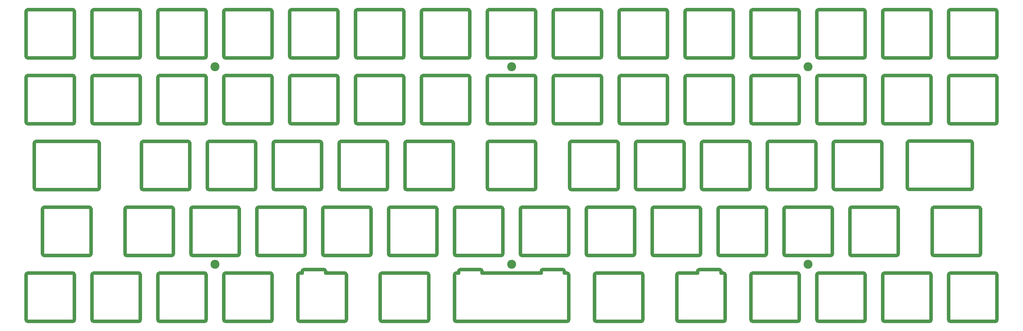
<source format=gbr>
%TF.GenerationSoftware,KiCad,Pcbnew,7.0.10*%
%TF.CreationDate,2024-03-15T21:19:50+01:00*%
%TF.ProjectId,tsuka60-pro-plate,7473756b-6136-4302-9d70-726f2d706c61,rev?*%
%TF.SameCoordinates,Original*%
%TF.FileFunction,Copper,L2,Bot*%
%TF.FilePolarity,Positive*%
%FSLAX46Y46*%
G04 Gerber Fmt 4.6, Leading zero omitted, Abs format (unit mm)*
G04 Created by KiCad (PCBNEW 7.0.10) date 2024-03-15 21:19:50*
%MOMM*%
%LPD*%
G01*
G04 APERTURE LIST*
%TA.AperFunction,EtchedComponent*%
%ADD10C,1.000000*%
%TD*%
%TA.AperFunction,ComponentPad*%
%ADD11C,2.600000*%
%TD*%
G04 APERTURE END LIST*
D10*
%TO.C,S1*%
X268143750Y-158600000D02*
X268143750Y-171600000D01*
X267643750Y-172100000D02*
X254643750Y-172100000D01*
X266900000Y-158100000D02*
X267643750Y-158100000D01*
X266900000Y-158100000D02*
X266900000Y-157599999D01*
X266400000Y-157099999D02*
X260650000Y-157099999D01*
X260150000Y-158100000D02*
X260150000Y-157599999D01*
X260150000Y-158100000D02*
X254646514Y-158101116D01*
X254143750Y-171600000D02*
X254143750Y-158600000D01*
X222900000Y-158600000D02*
X222900000Y-171600000D01*
X222400000Y-172100000D02*
X209400000Y-172100000D01*
X221656250Y-158100000D02*
X222400000Y-158100000D01*
X221656250Y-158100000D02*
X221656250Y-157599999D01*
X221156250Y-157099999D02*
X215406250Y-157099999D01*
X214906250Y-158100000D02*
X214906250Y-157599999D01*
X212875000Y-172100000D02*
X199875000Y-172100000D01*
X212875000Y-172100000D02*
X199875000Y-172100000D01*
X203350000Y-172100000D02*
X190350000Y-172100000D01*
X197843750Y-158100000D02*
X214906250Y-158100000D01*
X197843750Y-158100000D02*
X197843750Y-157599999D01*
X197343750Y-157099999D02*
X191593750Y-157099999D01*
X191093750Y-158100000D02*
X191093750Y-157599999D01*
X190350000Y-158100000D02*
X191094961Y-158100000D01*
X189850000Y-171600000D02*
X189850000Y-158600000D01*
X158606250Y-158600000D02*
X158606250Y-171600000D01*
X158106250Y-172100000D02*
X145106250Y-172100000D01*
X158106250Y-158100000D02*
X152600000Y-158100000D01*
X152600000Y-158100000D02*
X152600000Y-157599999D01*
X152100000Y-157099999D02*
X146350000Y-157099999D01*
X145850000Y-158100000D02*
X145850000Y-157599999D01*
X145106250Y-158100000D02*
X145850606Y-158100000D01*
X144606250Y-171600000D02*
X144606250Y-158600000D01*
X267643750Y-172100000D02*
G75*
G03*
X268143750Y-171600000I-1J500001D01*
G01*
X268143750Y-158600000D02*
G75*
G03*
X267643750Y-158100000I-500001J-1D01*
G01*
X266900000Y-157599999D02*
G75*
G03*
X266400000Y-157099999I-500001J-1D01*
G01*
X260650000Y-157099999D02*
G75*
G03*
X260150000Y-157599999I1J-500001D01*
G01*
X254143750Y-171600000D02*
G75*
G03*
X254643750Y-172100000I500001J1D01*
G01*
X254646514Y-158101116D02*
G75*
G03*
X254146514Y-158601116I112J-500112D01*
G01*
X222400000Y-172100000D02*
G75*
G03*
X222900000Y-171600000I-1J500001D01*
G01*
X222900000Y-158600000D02*
G75*
G03*
X222400000Y-158100000I-500001J-1D01*
G01*
X221656250Y-157599999D02*
G75*
G03*
X221156250Y-157099999I-500001J-1D01*
G01*
X215406250Y-157099999D02*
G75*
G03*
X214906250Y-157599999I1J-500001D01*
G01*
X197843801Y-157599999D02*
G75*
G03*
X197343750Y-157099999I-500101J-101D01*
G01*
X191593750Y-157100050D02*
G75*
G03*
X191093750Y-157599999I-50J-499950D01*
G01*
X189850000Y-171600000D02*
G75*
G03*
X190350000Y-172100000I500000J0D01*
G01*
X190352764Y-158101064D02*
G75*
G03*
X189852764Y-158601116I136J-500136D01*
G01*
X158106250Y-172100050D02*
G75*
G03*
X158606250Y-171600000I-50J500050D01*
G01*
X158606200Y-158600000D02*
G75*
G03*
X158106250Y-158100000I-500000J0D01*
G01*
X152600001Y-157599999D02*
G75*
G03*
X152100000Y-157099999I-500001J-1D01*
G01*
X146350000Y-157100000D02*
G75*
G03*
X145850000Y-157599999I0J-500000D01*
G01*
X144606300Y-171600000D02*
G75*
G03*
X145106250Y-172100000I500000J0D01*
G01*
X145109014Y-158101114D02*
G75*
G03*
X144609014Y-158601116I86J-500086D01*
G01*
%TO.C,MX56*%
X280050000Y-139550000D02*
X280050000Y-152550000D01*
X279550000Y-153050000D02*
X266550000Y-153050000D01*
X266550000Y-139050000D02*
X279550000Y-139050000D01*
X266050000Y-152550000D02*
X266050000Y-139550000D01*
X279547236Y-153048884D02*
G75*
G03*
X280047236Y-152548884I2J499998D01*
G01*
X280050000Y-139550000D02*
G75*
G03*
X279550000Y-139050000I-499998J2D01*
G01*
X266050000Y-152550000D02*
G75*
G03*
X266550000Y-153050000I500000J0D01*
G01*
X266550000Y-139050000D02*
G75*
G03*
X266050000Y-139550000I0J-500000D01*
G01*
%TO.C,MX73*%
X308625000Y-158600000D02*
X308625000Y-171600000D01*
X308125000Y-172100000D02*
X295125000Y-172100000D01*
X295125000Y-158100000D02*
X308125000Y-158100000D01*
X294625000Y-171600000D02*
X294625000Y-158600000D01*
X308122236Y-172098884D02*
G75*
G03*
X308622236Y-171598884I2J499998D01*
G01*
X308625000Y-158600000D02*
G75*
G03*
X308125000Y-158100000I-499998J2D01*
G01*
X294625000Y-171600000D02*
G75*
G03*
X295125000Y-172100000I500000J0D01*
G01*
X295125000Y-158100000D02*
G75*
G03*
X294625000Y-158600000I0J-500000D01*
G01*
%TO.C,MX39*%
X237187500Y-120500000D02*
X237187500Y-133500000D01*
X236687500Y-134000000D02*
X223687500Y-134000000D01*
X223687500Y-120000000D02*
X236687500Y-120000000D01*
X223187500Y-133500000D02*
X223187500Y-120500000D01*
X236684736Y-133998884D02*
G75*
G03*
X237184736Y-133498884I2J499998D01*
G01*
X237187500Y-120500000D02*
G75*
G03*
X236687500Y-120000000I-499998J2D01*
G01*
X223187500Y-133500000D02*
G75*
G03*
X223687500Y-134000000I500000J0D01*
G01*
X223687500Y-120000000D02*
G75*
G03*
X223187500Y-120500000I0J-500000D01*
G01*
%TO.C,MX19*%
X137175000Y-101450000D02*
X137175000Y-114450000D01*
X136675000Y-114950000D02*
X123675000Y-114950000D01*
X123675000Y-100950000D02*
X136675000Y-100950000D01*
X123175000Y-114450000D02*
X123175000Y-101450000D01*
X136672236Y-114948884D02*
G75*
G03*
X137172236Y-114448884I2J499998D01*
G01*
X137175000Y-101450000D02*
G75*
G03*
X136675000Y-100950000I-499998J2D01*
G01*
X123175000Y-114450000D02*
G75*
G03*
X123675000Y-114950000I500000J0D01*
G01*
X123675000Y-100950000D02*
G75*
G03*
X123175000Y-101450000I0J-500000D01*
G01*
%TO.C,MX5*%
X156225000Y-82400000D02*
X156225000Y-95400000D01*
X155725000Y-95900000D02*
X142725000Y-95900000D01*
X142725000Y-81900000D02*
X155725000Y-81900000D01*
X142225000Y-95400000D02*
X142225000Y-82400000D01*
X155722236Y-95898884D02*
G75*
G03*
X156222236Y-95398884I2J499998D01*
G01*
X156225000Y-82400000D02*
G75*
G03*
X155725000Y-81900000I-499998J2D01*
G01*
X142225000Y-95400000D02*
G75*
G03*
X142725000Y-95900000I500000J0D01*
G01*
X142725000Y-81900000D02*
G75*
G03*
X142225000Y-82400000I0J-500000D01*
G01*
%TO.C,MX16*%
X80025000Y-101450000D02*
X80025000Y-114450000D01*
X79525000Y-114950000D02*
X66525000Y-114950000D01*
X66525000Y-100950000D02*
X79525000Y-100950000D01*
X66025000Y-114450000D02*
X66025000Y-101450000D01*
X79522236Y-114948884D02*
G75*
G03*
X80022236Y-114448884I2J499998D01*
G01*
X80025000Y-101450000D02*
G75*
G03*
X79525000Y-100950000I-499998J2D01*
G01*
X66025000Y-114450000D02*
G75*
G03*
X66525000Y-114950000I500000J0D01*
G01*
X66525000Y-100950000D02*
G75*
G03*
X66025000Y-101450000I0J-500000D01*
G01*
%TO.C,MX51*%
X165750000Y-139550000D02*
X165750000Y-152550000D01*
X165250000Y-153050000D02*
X152250000Y-153050000D01*
X152250000Y-139050000D02*
X165250000Y-139050000D01*
X151750000Y-152550000D02*
X151750000Y-139550000D01*
X165247236Y-153048884D02*
G75*
G03*
X165747236Y-152548884I2J499998D01*
G01*
X165750000Y-139550000D02*
G75*
G03*
X165250000Y-139050000I-499998J2D01*
G01*
X151750000Y-152550000D02*
G75*
G03*
X152250000Y-153050000I500000J0D01*
G01*
X152250000Y-139050000D02*
G75*
G03*
X151750000Y-139550000I0J-500000D01*
G01*
%TO.C,MX40*%
X256237500Y-120500000D02*
X256237500Y-133500000D01*
X255737500Y-134000000D02*
X242737500Y-134000000D01*
X242737500Y-120000000D02*
X255737500Y-120000000D01*
X242237500Y-133500000D02*
X242237500Y-120500000D01*
X255734736Y-133998884D02*
G75*
G03*
X256234736Y-133498884I2J499998D01*
G01*
X256237500Y-120500000D02*
G75*
G03*
X255737500Y-120000000I-499998J2D01*
G01*
X242237500Y-133500000D02*
G75*
G03*
X242737500Y-134000000I500000J0D01*
G01*
X242737500Y-120000000D02*
G75*
G03*
X242237500Y-120500000I0J-500000D01*
G01*
%TO.C,MX8*%
X213375000Y-82400000D02*
X213375000Y-95400000D01*
X212875000Y-95900000D02*
X199875000Y-95900000D01*
X199875000Y-81900000D02*
X212875000Y-81900000D01*
X199375000Y-95400000D02*
X199375000Y-82400000D01*
X212872236Y-95898884D02*
G75*
G03*
X213372236Y-95398884I2J499998D01*
G01*
X213375000Y-82400000D02*
G75*
G03*
X212875000Y-81900000I-499998J2D01*
G01*
X199375000Y-95400000D02*
G75*
G03*
X199875000Y-95900000I500000J0D01*
G01*
X199875000Y-81900000D02*
G75*
G03*
X199375000Y-82400000I0J-500000D01*
G01*
%TO.C,MX7*%
X194325000Y-82400000D02*
X194325000Y-95400000D01*
X193825000Y-95900000D02*
X180825000Y-95900000D01*
X180825000Y-81900000D02*
X193825000Y-81900000D01*
X180325000Y-95400000D02*
X180325000Y-82400000D01*
X193822236Y-95898884D02*
G75*
G03*
X194322236Y-95398884I2J499998D01*
G01*
X194325000Y-82400000D02*
G75*
G03*
X193825000Y-81900000I-499998J2D01*
G01*
X180325000Y-95400000D02*
G75*
G03*
X180825000Y-95900000I500000J0D01*
G01*
X180825000Y-81900000D02*
G75*
G03*
X180325000Y-82400000I0J-500000D01*
G01*
%TO.C,MX26*%
X270525000Y-101450000D02*
X270525000Y-114450000D01*
X270025000Y-114950000D02*
X257025000Y-114950000D01*
X257025000Y-100950000D02*
X270025000Y-100950000D01*
X256525000Y-114450000D02*
X256525000Y-101450000D01*
X270022236Y-114948884D02*
G75*
G03*
X270522236Y-114448884I2J499998D01*
G01*
X270525000Y-101450000D02*
G75*
G03*
X270025000Y-100950000I-499998J2D01*
G01*
X256525000Y-114450000D02*
G75*
G03*
X257025000Y-114950000I500000J0D01*
G01*
X257025000Y-100950000D02*
G75*
G03*
X256525000Y-101450000I0J-500000D01*
G01*
%TO.C,MX68*%
X222900000Y-139550000D02*
X222900000Y-152550000D01*
X222400000Y-153050000D02*
X209400000Y-153050000D01*
X209400000Y-139050000D02*
X222400000Y-139050000D01*
X208900000Y-152550000D02*
X208900000Y-139550000D01*
X222397236Y-153048884D02*
G75*
G03*
X222897236Y-152548884I2J499998D01*
G01*
X222900000Y-139550000D02*
G75*
G03*
X222400000Y-139050000I-499998J2D01*
G01*
X208900000Y-152550000D02*
G75*
G03*
X209400000Y-153050000I500000J0D01*
G01*
X209400000Y-139050000D02*
G75*
G03*
X208900000Y-139550000I0J-500000D01*
G01*
%TO.C,MX41*%
X275287500Y-120500000D02*
X275287500Y-133500000D01*
X274787500Y-134000000D02*
X261787500Y-134000000D01*
X261787500Y-120000000D02*
X274787500Y-120000000D01*
X261287500Y-133500000D02*
X261287500Y-120500000D01*
X274784736Y-133998884D02*
G75*
G03*
X275284736Y-133498884I2J499998D01*
G01*
X275287500Y-120500000D02*
G75*
G03*
X274787500Y-120000000I-499998J2D01*
G01*
X261287500Y-133500000D02*
G75*
G03*
X261787500Y-134000000I500000J0D01*
G01*
X261787500Y-120000000D02*
G75*
G03*
X261287500Y-120500000I0J-500000D01*
G01*
%TO.C,MX48*%
X108600000Y-139550000D02*
X108600000Y-152550000D01*
X108100000Y-153050000D02*
X95100000Y-153050000D01*
X95100000Y-139050000D02*
X108100000Y-139050000D01*
X94600000Y-152550000D02*
X94600000Y-139550000D01*
X108097236Y-153048884D02*
G75*
G03*
X108597236Y-152548884I2J499998D01*
G01*
X108600000Y-139550000D02*
G75*
G03*
X108100000Y-139050000I-499998J2D01*
G01*
X94600000Y-152550000D02*
G75*
G03*
X95100000Y-153050000I500000J0D01*
G01*
X95100000Y-139050000D02*
G75*
G03*
X94600000Y-139550000I0J-500000D01*
G01*
%TO.C,MX22*%
X194325000Y-101450000D02*
X194325000Y-114450000D01*
X193825000Y-114950000D02*
X180825000Y-114950000D01*
X180825000Y-100950000D02*
X193825000Y-100950000D01*
X180325000Y-114450000D02*
X180325000Y-101450000D01*
X193822236Y-114948884D02*
G75*
G03*
X194322236Y-114448884I2J499998D01*
G01*
X194325000Y-101450000D02*
G75*
G03*
X193825000Y-100950000I-499998J2D01*
G01*
X180325000Y-114450000D02*
G75*
G03*
X180825000Y-114950000I500000J0D01*
G01*
X180825000Y-100950000D02*
G75*
G03*
X180325000Y-101450000I0J-500000D01*
G01*
%TO.C,MX35*%
X151462500Y-120500000D02*
X151462500Y-133500000D01*
X150962500Y-134000000D02*
X137962500Y-134000000D01*
X137962500Y-120000000D02*
X150962500Y-120000000D01*
X137462500Y-133500000D02*
X137462500Y-120500000D01*
X150959736Y-133998884D02*
G75*
G03*
X151459736Y-133498884I2J499998D01*
G01*
X151462500Y-120500000D02*
G75*
G03*
X150962500Y-120000000I-499998J2D01*
G01*
X137462500Y-133500000D02*
G75*
G03*
X137962500Y-134000000I500000J0D01*
G01*
X137962500Y-120000000D02*
G75*
G03*
X137462500Y-120500000I0J-500000D01*
G01*
%TO.C,MX2*%
X85075000Y-95400000D02*
X85075000Y-82400000D01*
X85575000Y-81900000D02*
X98575000Y-81900000D01*
X98575000Y-95900000D02*
X85575000Y-95900000D01*
X99075000Y-82400000D02*
X99075000Y-95400000D01*
X85577764Y-81901116D02*
G75*
G03*
X85077764Y-82401116I-2J-499998D01*
G01*
X85075000Y-95400000D02*
G75*
G03*
X85575000Y-95900000I499998J-2D01*
G01*
X99075000Y-82400000D02*
G75*
G03*
X98575000Y-81900000I-500000J0D01*
G01*
X98575000Y-95900000D02*
G75*
G03*
X99075000Y-95400000I0J500000D01*
G01*
%TO.C,MX66*%
X182418750Y-158600000D02*
X182418750Y-171600000D01*
X181918750Y-172100000D02*
X168918750Y-172100000D01*
X168918750Y-158100000D02*
X181918750Y-158100000D01*
X168418750Y-171600000D02*
X168418750Y-158600000D01*
X181915986Y-172098884D02*
G75*
G03*
X182415986Y-171598884I2J499998D01*
G01*
X182418750Y-158600000D02*
G75*
G03*
X181918750Y-158100000I-499998J2D01*
G01*
X168418750Y-171600000D02*
G75*
G03*
X168918750Y-172100000I500000J0D01*
G01*
X168918750Y-158100000D02*
G75*
G03*
X168418750Y-158600000I0J-500000D01*
G01*
%TO.C,MX14*%
X327675000Y-82400000D02*
X327675000Y-95400000D01*
X327175000Y-95900000D02*
X314175000Y-95900000D01*
X314175000Y-81900000D02*
X327175000Y-81900000D01*
X313675000Y-95400000D02*
X313675000Y-82400000D01*
X327172236Y-95898884D02*
G75*
G03*
X327672236Y-95398884I2J499998D01*
G01*
X327675000Y-82400000D02*
G75*
G03*
X327175000Y-81900000I-499998J2D01*
G01*
X313675000Y-95400000D02*
G75*
G03*
X314175000Y-95900000I500000J0D01*
G01*
X314175000Y-81900000D02*
G75*
G03*
X313675000Y-82400000I0J-500000D01*
G01*
%TO.C,MX54*%
X241950000Y-139550000D02*
X241950000Y-152550000D01*
X241450000Y-153050000D02*
X228450000Y-153050000D01*
X228450000Y-139050000D02*
X241450000Y-139050000D01*
X227950000Y-152550000D02*
X227950000Y-139550000D01*
X241447236Y-153048884D02*
G75*
G03*
X241947236Y-152548884I2J499998D01*
G01*
X241950000Y-139550000D02*
G75*
G03*
X241450000Y-139050000I-499998J2D01*
G01*
X227950000Y-152550000D02*
G75*
G03*
X228450000Y-153050000I500000J0D01*
G01*
X228450000Y-139050000D02*
G75*
G03*
X227950000Y-139550000I0J-500000D01*
G01*
%TO.C,MX10*%
X251475000Y-82400000D02*
X251475000Y-95400000D01*
X250975000Y-95900000D02*
X237975000Y-95900000D01*
X237975000Y-81900000D02*
X250975000Y-81900000D01*
X237475000Y-95400000D02*
X237475000Y-82400000D01*
X250972236Y-95898884D02*
G75*
G03*
X251472236Y-95398884I2J499998D01*
G01*
X251475000Y-82400000D02*
G75*
G03*
X250975000Y-81900000I-499998J2D01*
G01*
X237475000Y-95400000D02*
G75*
G03*
X237975000Y-95900000I500000J0D01*
G01*
X237975000Y-81900000D02*
G75*
G03*
X237475000Y-82400000I0J-500000D01*
G01*
%TO.C,MX20*%
X156225000Y-101450000D02*
X156225000Y-114450000D01*
X155725000Y-114950000D02*
X142725000Y-114950000D01*
X142725000Y-100950000D02*
X155725000Y-100950000D01*
X142225000Y-114450000D02*
X142225000Y-101450000D01*
X155722236Y-114948884D02*
G75*
G03*
X156222236Y-114448884I2J499998D01*
G01*
X156225000Y-101450000D02*
G75*
G03*
X155725000Y-100950000I-499998J2D01*
G01*
X142225000Y-114450000D02*
G75*
G03*
X142725000Y-114950000I500000J0D01*
G01*
X142725000Y-100950000D02*
G75*
G03*
X142225000Y-101450000I0J-500000D01*
G01*
%TO.C,MX32_2*%
X68406250Y-133500000D02*
X68406250Y-120500000D01*
X68909014Y-120001116D02*
X86668750Y-120000000D01*
X86668750Y-134000000D02*
X68906250Y-134000000D01*
X87168750Y-120500000D02*
X87168750Y-133500000D01*
X68909014Y-120001116D02*
G75*
G03*
X68409014Y-120501116I1J-500001D01*
G01*
X68406250Y-133500000D02*
G75*
G03*
X68906250Y-134000000I500001J1D01*
G01*
X87168750Y-120500000D02*
G75*
G03*
X86668750Y-120000000I-500000J0D01*
G01*
X86668750Y-134000000D02*
G75*
G03*
X87168750Y-133500000I-100J500100D01*
G01*
%TO.C,MX42*%
X294337500Y-120500000D02*
X294337500Y-133500000D01*
X293837500Y-134000000D02*
X280837500Y-134000000D01*
X280837500Y-120000000D02*
X293837500Y-120000000D01*
X280337500Y-133500000D02*
X280337500Y-120500000D01*
X293834736Y-133998884D02*
G75*
G03*
X294334736Y-133498884I2J499998D01*
G01*
X294337500Y-120500000D02*
G75*
G03*
X293837500Y-120000000I-499998J2D01*
G01*
X280337500Y-133500000D02*
G75*
G03*
X280837500Y-134000000I500000J0D01*
G01*
X280837500Y-120000000D02*
G75*
G03*
X280337500Y-120500000I0J-500000D01*
G01*
%TO.C,MX24*%
X232425000Y-101450000D02*
X232425000Y-114450000D01*
X231925000Y-114950000D02*
X218925000Y-114950000D01*
X218925000Y-100950000D02*
X231925000Y-100950000D01*
X218425000Y-114450000D02*
X218425000Y-101450000D01*
X231922236Y-114948884D02*
G75*
G03*
X232422236Y-114448884I2J499998D01*
G01*
X232425000Y-101450000D02*
G75*
G03*
X231925000Y-100950000I-499998J2D01*
G01*
X218425000Y-114450000D02*
G75*
G03*
X218925000Y-114950000I500000J0D01*
G01*
X218925000Y-100950000D02*
G75*
G03*
X218425000Y-101450000I0J-500000D01*
G01*
%TO.C,MX12*%
X289575000Y-82400000D02*
X289575000Y-95400000D01*
X289075000Y-95900000D02*
X276075000Y-95900000D01*
X276075000Y-81900000D02*
X289075000Y-81900000D01*
X275575000Y-95400000D02*
X275575000Y-82400000D01*
X289072236Y-95898884D02*
G75*
G03*
X289572236Y-95398884I2J499998D01*
G01*
X289575000Y-82400000D02*
G75*
G03*
X289075000Y-81900000I-499998J2D01*
G01*
X275575000Y-95400000D02*
G75*
G03*
X276075000Y-95900000I500000J0D01*
G01*
X276075000Y-81900000D02*
G75*
G03*
X275575000Y-82400000I0J-500000D01*
G01*
%TO.C,MX15*%
X346725000Y-82400000D02*
X346725000Y-95400000D01*
X346225000Y-95900000D02*
X333225000Y-95900000D01*
X333225000Y-81900000D02*
X346225000Y-81900000D01*
X332725000Y-95400000D02*
X332725000Y-82400000D01*
X346222236Y-95898884D02*
G75*
G03*
X346722236Y-95398884I2J499998D01*
G01*
X346725000Y-82400000D02*
G75*
G03*
X346225000Y-81900000I-499998J2D01*
G01*
X332725000Y-95400000D02*
G75*
G03*
X333225000Y-95900000I500000J0D01*
G01*
X333225000Y-81900000D02*
G75*
G03*
X332725000Y-82400000I0J-500000D01*
G01*
%TO.C,MX50*%
X146700000Y-139550000D02*
X146700000Y-152550000D01*
X146200000Y-153050000D02*
X133200000Y-153050000D01*
X133200000Y-139050000D02*
X146200000Y-139050000D01*
X132700000Y-152550000D02*
X132700000Y-139550000D01*
X146197236Y-153048884D02*
G75*
G03*
X146697236Y-152548884I2J499998D01*
G01*
X146700000Y-139550000D02*
G75*
G03*
X146200000Y-139050000I-499998J2D01*
G01*
X132700000Y-152550000D02*
G75*
G03*
X133200000Y-153050000I500000J0D01*
G01*
X133200000Y-139050000D02*
G75*
G03*
X132700000Y-139550000I0J-500000D01*
G01*
%TO.C,MX1*%
X66025000Y-95400000D02*
X66025000Y-82400000D01*
X66525000Y-81900000D02*
X79525000Y-81900000D01*
X79525000Y-95900000D02*
X66525000Y-95900000D01*
X80025000Y-82400000D02*
X80025000Y-95400000D01*
X66527764Y-81901116D02*
G75*
G03*
X66027764Y-82401116I-2J-499998D01*
G01*
X66025000Y-95400000D02*
G75*
G03*
X66525000Y-95900000I499998J-2D01*
G01*
X80025000Y-82400000D02*
G75*
G03*
X79525000Y-81900000I-500000J0D01*
G01*
X79525000Y-95900000D02*
G75*
G03*
X80025000Y-95400000I0J500000D01*
G01*
%TO.C,MX29*%
X327675000Y-101450000D02*
X327675000Y-114450000D01*
X327175000Y-114950000D02*
X314175000Y-114950000D01*
X314175000Y-100950000D02*
X327175000Y-100950000D01*
X313675000Y-114450000D02*
X313675000Y-101450000D01*
X327172236Y-114948884D02*
G75*
G03*
X327672236Y-114448884I2J499998D01*
G01*
X327675000Y-101450000D02*
G75*
G03*
X327175000Y-100950000I-499998J2D01*
G01*
X313675000Y-114450000D02*
G75*
G03*
X314175000Y-114950000I500000J0D01*
G01*
X314175000Y-100950000D02*
G75*
G03*
X313675000Y-101450000I0J-500000D01*
G01*
%TO.C,MX57*%
X299100000Y-139550000D02*
X299100000Y-152550000D01*
X298600000Y-153050000D02*
X285600000Y-153050000D01*
X285600000Y-139050000D02*
X298600000Y-139050000D01*
X285100000Y-152550000D02*
X285100000Y-139550000D01*
X298597236Y-153048884D02*
G75*
G03*
X299097236Y-152548884I2J499998D01*
G01*
X299100000Y-139550000D02*
G75*
G03*
X298600000Y-139050000I-499998J2D01*
G01*
X285100000Y-152550000D02*
G75*
G03*
X285600000Y-153050000I500000J0D01*
G01*
X285600000Y-139050000D02*
G75*
G03*
X285100000Y-139550000I0J-500000D01*
G01*
%TO.C,MX18*%
X118125000Y-101450000D02*
X118125000Y-114450000D01*
X117625000Y-114950000D02*
X104625000Y-114950000D01*
X104625000Y-100950000D02*
X117625000Y-100950000D01*
X104125000Y-114450000D02*
X104125000Y-101450000D01*
X117622236Y-114948884D02*
G75*
G03*
X118122236Y-114448884I2J499998D01*
G01*
X118125000Y-101450000D02*
G75*
G03*
X117625000Y-100950000I-499998J2D01*
G01*
X104125000Y-114450000D02*
G75*
G03*
X104625000Y-114950000I500000J0D01*
G01*
X104625000Y-100950000D02*
G75*
G03*
X104125000Y-101450000I0J-500000D01*
G01*
%TO.C,MX21*%
X175275000Y-101450000D02*
X175275000Y-114450000D01*
X174775000Y-114950000D02*
X161775000Y-114950000D01*
X161775000Y-100950000D02*
X174775000Y-100950000D01*
X161275000Y-114450000D02*
X161275000Y-101450000D01*
X174772236Y-114948884D02*
G75*
G03*
X175272236Y-114448884I2J499998D01*
G01*
X175275000Y-101450000D02*
G75*
G03*
X174775000Y-100950000I-499998J2D01*
G01*
X161275000Y-114450000D02*
G75*
G03*
X161775000Y-114950000I500000J0D01*
G01*
X161775000Y-100950000D02*
G75*
G03*
X161275000Y-101450000I0J-500000D01*
G01*
%TO.C,MX59*%
X341962500Y-139550000D02*
X341962500Y-152550000D01*
X341462500Y-153050000D02*
X328462500Y-153050000D01*
X328462500Y-139050000D02*
X341462500Y-139050000D01*
X327962500Y-152550000D02*
X327962500Y-139550000D01*
X341459736Y-153048884D02*
G75*
G03*
X341959736Y-152548884I2J499998D01*
G01*
X341962500Y-139550000D02*
G75*
G03*
X341462500Y-139050000I-499998J2D01*
G01*
X327962500Y-152550000D02*
G75*
G03*
X328462500Y-153050000I500000J0D01*
G01*
X328462500Y-139050000D02*
G75*
G03*
X327962500Y-139550000I0J-500000D01*
G01*
%TO.C,MX43*%
X313387500Y-120500000D02*
X313387500Y-133500000D01*
X312887500Y-134000000D02*
X299887500Y-134000000D01*
X299887500Y-120000000D02*
X312887500Y-120000000D01*
X299387500Y-133500000D02*
X299387500Y-120500000D01*
X312884736Y-133998884D02*
G75*
G03*
X313384736Y-133498884I2J499998D01*
G01*
X313387500Y-120500000D02*
G75*
G03*
X312887500Y-120000000I-499998J2D01*
G01*
X299387500Y-133500000D02*
G75*
G03*
X299887500Y-134000000I500000J0D01*
G01*
X299887500Y-120000000D02*
G75*
G03*
X299387500Y-120500000I0J-500000D01*
G01*
%TO.C,MX75*%
X346725000Y-158600000D02*
X346725000Y-171600000D01*
X346225000Y-172100000D02*
X333225000Y-172100000D01*
X333225000Y-158100000D02*
X346225000Y-158100000D01*
X332725000Y-171600000D02*
X332725000Y-158600000D01*
X346222236Y-172098884D02*
G75*
G03*
X346722236Y-171598884I2J499998D01*
G01*
X346725000Y-158600000D02*
G75*
G03*
X346225000Y-158100000I-499998J2D01*
G01*
X332725000Y-171600000D02*
G75*
G03*
X333225000Y-172100000I500000J0D01*
G01*
X333225000Y-158100000D02*
G75*
G03*
X332725000Y-158600000I0J-500000D01*
G01*
%TO.C,MX38*%
X213375000Y-120500000D02*
X213375000Y-133500000D01*
X212875000Y-134000000D02*
X199875000Y-134000000D01*
X199875000Y-120000000D02*
X212875000Y-120000000D01*
X199375000Y-133500000D02*
X199375000Y-120500000D01*
X212872236Y-133998884D02*
G75*
G03*
X213372236Y-133498884I2J499998D01*
G01*
X213375000Y-120500000D02*
G75*
G03*
X212875000Y-120000000I-499998J2D01*
G01*
X199375000Y-133500000D02*
G75*
G03*
X199875000Y-134000000I500000J0D01*
G01*
X199875000Y-120000000D02*
G75*
G03*
X199375000Y-120500000I0J-500000D01*
G01*
%TO.C,MX36*%
X170512500Y-120500000D02*
X170512500Y-133500000D01*
X170012500Y-134000000D02*
X157012500Y-134000000D01*
X157012500Y-120000000D02*
X170012500Y-120000000D01*
X156512500Y-133500000D02*
X156512500Y-120500000D01*
X170009736Y-133998884D02*
G75*
G03*
X170509736Y-133498884I2J499998D01*
G01*
X170512500Y-120500000D02*
G75*
G03*
X170012500Y-120000000I-499998J2D01*
G01*
X156512500Y-133500000D02*
G75*
G03*
X157012500Y-134000000I500000J0D01*
G01*
X157012500Y-120000000D02*
G75*
G03*
X156512500Y-120500000I0J-500000D01*
G01*
%TO.C,MX11*%
X270525000Y-82400000D02*
X270525000Y-95400000D01*
X270025000Y-95900000D02*
X257025000Y-95900000D01*
X257025000Y-81900000D02*
X270025000Y-81900000D01*
X256525000Y-95400000D02*
X256525000Y-82400000D01*
X270022236Y-95898884D02*
G75*
G03*
X270522236Y-95398884I2J499998D01*
G01*
X270525000Y-82400000D02*
G75*
G03*
X270025000Y-81900000I-499998J2D01*
G01*
X256525000Y-95400000D02*
G75*
G03*
X257025000Y-95900000I500000J0D01*
G01*
X257025000Y-81900000D02*
G75*
G03*
X256525000Y-82400000I0J-500000D01*
G01*
%TO.C,MX61*%
X80025000Y-158600000D02*
X80025000Y-171600000D01*
X79525000Y-172100000D02*
X66525000Y-172100000D01*
X66525000Y-158100000D02*
X79525000Y-158100000D01*
X66025000Y-171600000D02*
X66025000Y-158600000D01*
X79522236Y-172098884D02*
G75*
G03*
X80022236Y-171598884I2J499998D01*
G01*
X80025000Y-158600000D02*
G75*
G03*
X79525000Y-158100000I-499998J2D01*
G01*
X66025000Y-171600000D02*
G75*
G03*
X66525000Y-172100000I500000J0D01*
G01*
X66525000Y-158100000D02*
G75*
G03*
X66025000Y-158600000I0J-500000D01*
G01*
%TO.C,MX27*%
X289575000Y-101450000D02*
X289575000Y-114450000D01*
X289075000Y-114950000D02*
X276075000Y-114950000D01*
X276075000Y-100950000D02*
X289075000Y-100950000D01*
X275575000Y-114450000D02*
X275575000Y-101450000D01*
X289072236Y-114948884D02*
G75*
G03*
X289572236Y-114448884I2J499998D01*
G01*
X289575000Y-101450000D02*
G75*
G03*
X289075000Y-100950000I-499998J2D01*
G01*
X275575000Y-114450000D02*
G75*
G03*
X276075000Y-114950000I500000J0D01*
G01*
X276075000Y-100950000D02*
G75*
G03*
X275575000Y-101450000I0J-500000D01*
G01*
%TO.C,MX47*%
X84787500Y-139550000D02*
X84787500Y-152550000D01*
X84287500Y-153050000D02*
X71287500Y-153050000D01*
X71287500Y-139050000D02*
X84287500Y-139050000D01*
X70787500Y-152550000D02*
X70787500Y-139550000D01*
X84284736Y-153048884D02*
G75*
G03*
X84784736Y-152548884I2J499998D01*
G01*
X84787500Y-139550000D02*
G75*
G03*
X84287500Y-139050000I-499998J2D01*
G01*
X70787500Y-152550000D02*
G75*
G03*
X71287500Y-153050000I500000J0D01*
G01*
X71287500Y-139050000D02*
G75*
G03*
X70787500Y-139550000I0J-500000D01*
G01*
%TO.C,MX3*%
X118125000Y-82400000D02*
X118125000Y-95400000D01*
X117625000Y-95900000D02*
X104625000Y-95900000D01*
X104625000Y-81900000D02*
X117625000Y-81900000D01*
X104125000Y-95400000D02*
X104125000Y-82400000D01*
X117622236Y-95898884D02*
G75*
G03*
X118122236Y-95398884I2J499998D01*
G01*
X118125000Y-82400000D02*
G75*
G03*
X117625000Y-81900000I-499998J2D01*
G01*
X104125000Y-95400000D02*
G75*
G03*
X104625000Y-95900000I500000J0D01*
G01*
X104625000Y-81900000D02*
G75*
G03*
X104125000Y-82400000I0J-500000D01*
G01*
%TO.C,MX33*%
X113362500Y-120500000D02*
X113362500Y-133500000D01*
X112862500Y-134000000D02*
X99862500Y-134000000D01*
X99862500Y-120000000D02*
X112862500Y-120000000D01*
X99362500Y-133500000D02*
X99362500Y-120500000D01*
X112859736Y-133998884D02*
G75*
G03*
X113359736Y-133498884I2J499998D01*
G01*
X113362500Y-120500000D02*
G75*
G03*
X112862500Y-120000000I-499998J2D01*
G01*
X99362500Y-133500000D02*
G75*
G03*
X99862500Y-134000000I500000J0D01*
G01*
X99862500Y-120000000D02*
G75*
G03*
X99362500Y-120500000I0J-500000D01*
G01*
%TO.C,MX49*%
X127650000Y-139550000D02*
X127650000Y-152550000D01*
X127150000Y-153050000D02*
X114150000Y-153050000D01*
X114150000Y-139050000D02*
X127150000Y-139050000D01*
X113650000Y-152550000D02*
X113650000Y-139550000D01*
X127147236Y-153048884D02*
G75*
G03*
X127647236Y-152548884I2J499998D01*
G01*
X127650000Y-139550000D02*
G75*
G03*
X127150000Y-139050000I-499998J2D01*
G01*
X113650000Y-152550000D02*
G75*
G03*
X114150000Y-153050000I500000J0D01*
G01*
X114150000Y-139050000D02*
G75*
G03*
X113650000Y-139550000I0J-500000D01*
G01*
%TO.C,MX64*%
X137175000Y-158600000D02*
X137175000Y-171600000D01*
X136675000Y-172100000D02*
X123675000Y-172100000D01*
X123675000Y-158100000D02*
X136675000Y-158100000D01*
X123175000Y-171600000D02*
X123175000Y-158600000D01*
X136672236Y-172098884D02*
G75*
G03*
X137172236Y-171598884I2J499998D01*
G01*
X137175000Y-158600000D02*
G75*
G03*
X136675000Y-158100000I-499998J2D01*
G01*
X123175000Y-171600000D02*
G75*
G03*
X123675000Y-172100000I500000J0D01*
G01*
X123675000Y-158100000D02*
G75*
G03*
X123175000Y-158600000I0J-500000D01*
G01*
%TO.C,MX23*%
X213375000Y-101450000D02*
X213375000Y-114450000D01*
X212875000Y-114950000D02*
X199875000Y-114950000D01*
X199875000Y-100950000D02*
X212875000Y-100950000D01*
X199375000Y-114450000D02*
X199375000Y-101450000D01*
X212872236Y-114948884D02*
G75*
G03*
X213372236Y-114448884I2J499998D01*
G01*
X213375000Y-101450000D02*
G75*
G03*
X212875000Y-100950000I-499998J2D01*
G01*
X199375000Y-114450000D02*
G75*
G03*
X199875000Y-114950000I500000J0D01*
G01*
X199875000Y-100950000D02*
G75*
G03*
X199375000Y-101450000I0J-500000D01*
G01*
%TO.C,MX13*%
X308625000Y-82400000D02*
X308625000Y-95400000D01*
X308125000Y-95900000D02*
X295125000Y-95900000D01*
X295125000Y-81900000D02*
X308125000Y-81900000D01*
X294625000Y-95400000D02*
X294625000Y-82400000D01*
X308122236Y-95898884D02*
G75*
G03*
X308622236Y-95398884I2J499998D01*
G01*
X308625000Y-82400000D02*
G75*
G03*
X308125000Y-81900000I-499998J2D01*
G01*
X294625000Y-95400000D02*
G75*
G03*
X295125000Y-95900000I500000J0D01*
G01*
X295125000Y-81900000D02*
G75*
G03*
X294625000Y-82400000I0J-500000D01*
G01*
%TO.C,MX9*%
X232425000Y-82400000D02*
X232425000Y-95400000D01*
X231925000Y-95900000D02*
X218925000Y-95900000D01*
X218925000Y-81900000D02*
X231925000Y-81900000D01*
X218425000Y-95400000D02*
X218425000Y-82400000D01*
X231922236Y-95898884D02*
G75*
G03*
X232422236Y-95398884I2J499998D01*
G01*
X232425000Y-82400000D02*
G75*
G03*
X231925000Y-81900000I-499998J2D01*
G01*
X218425000Y-95400000D02*
G75*
G03*
X218925000Y-95900000I500000J0D01*
G01*
X218925000Y-81900000D02*
G75*
G03*
X218425000Y-82400000I0J-500000D01*
G01*
%TO.C,MX34*%
X132412500Y-120500000D02*
X132412500Y-133500000D01*
X131912500Y-134000000D02*
X118912500Y-134000000D01*
X118912500Y-120000000D02*
X131912500Y-120000000D01*
X118412500Y-133500000D02*
X118412500Y-120500000D01*
X131909736Y-133998884D02*
G75*
G03*
X132409736Y-133498884I2J499998D01*
G01*
X132412500Y-120500000D02*
G75*
G03*
X131912500Y-120000000I-499998J2D01*
G01*
X118412500Y-133500000D02*
G75*
G03*
X118912500Y-134000000I500000J0D01*
G01*
X118912500Y-120000000D02*
G75*
G03*
X118412500Y-120500000I0J-500000D01*
G01*
%TO.C,MX63*%
X118125000Y-158600000D02*
X118125000Y-171600000D01*
X117625000Y-172100000D02*
X104625000Y-172100000D01*
X104625000Y-158100000D02*
X117625000Y-158100000D01*
X104125000Y-171600000D02*
X104125000Y-158600000D01*
X117622236Y-172098884D02*
G75*
G03*
X118122236Y-171598884I2J499998D01*
G01*
X118125000Y-158600000D02*
G75*
G03*
X117625000Y-158100000I-499998J2D01*
G01*
X104125000Y-171600000D02*
G75*
G03*
X104625000Y-172100000I500000J0D01*
G01*
X104625000Y-158100000D02*
G75*
G03*
X104125000Y-158600000I0J-500000D01*
G01*
%TO.C,MX53*%
X203850000Y-139550000D02*
X203850000Y-152550000D01*
X203350000Y-153050000D02*
X190350000Y-153050000D01*
X190350000Y-139050000D02*
X203350000Y-139050000D01*
X189850000Y-152550000D02*
X189850000Y-139550000D01*
X203347236Y-153048884D02*
G75*
G03*
X203847236Y-152548884I2J499998D01*
G01*
X203850000Y-139550000D02*
G75*
G03*
X203350000Y-139050000I-499998J2D01*
G01*
X189850000Y-152550000D02*
G75*
G03*
X190350000Y-153050000I500000J0D01*
G01*
X190350000Y-139050000D02*
G75*
G03*
X189850000Y-139550000I0J-500000D01*
G01*
%TO.C,MX74*%
X327675000Y-158600000D02*
X327675000Y-171600000D01*
X327175000Y-172100000D02*
X314175000Y-172100000D01*
X314175000Y-158100000D02*
X327175000Y-158100000D01*
X313675000Y-171600000D02*
X313675000Y-158600000D01*
X327172236Y-172098884D02*
G75*
G03*
X327672236Y-171598884I2J499998D01*
G01*
X327675000Y-158600000D02*
G75*
G03*
X327175000Y-158100000I-499998J2D01*
G01*
X313675000Y-171600000D02*
G75*
G03*
X314175000Y-172100000I500000J0D01*
G01*
X314175000Y-158100000D02*
G75*
G03*
X313675000Y-158600000I0J-500000D01*
G01*
%TO.C,MX4*%
X137175000Y-82400000D02*
X137175000Y-95400000D01*
X136675000Y-95900000D02*
X123675000Y-95900000D01*
X123675000Y-81900000D02*
X136675000Y-81900000D01*
X123175000Y-95400000D02*
X123175000Y-82400000D01*
X136672236Y-95898884D02*
G75*
G03*
X137172236Y-95398884I2J499998D01*
G01*
X137175000Y-82400000D02*
G75*
G03*
X136675000Y-81900000I-499998J2D01*
G01*
X123175000Y-95400000D02*
G75*
G03*
X123675000Y-95900000I500000J0D01*
G01*
X123675000Y-81900000D02*
G75*
G03*
X123175000Y-82400000I0J-500000D01*
G01*
%TO.C,MX52*%
X184800000Y-139550000D02*
X184800000Y-152550000D01*
X184300000Y-153050000D02*
X171300000Y-153050000D01*
X171300000Y-139050000D02*
X184300000Y-139050000D01*
X170800000Y-152550000D02*
X170800000Y-139550000D01*
X184297236Y-153048884D02*
G75*
G03*
X184797236Y-152548884I2J499998D01*
G01*
X184800000Y-139550000D02*
G75*
G03*
X184300000Y-139050000I-499998J2D01*
G01*
X170800000Y-152550000D02*
G75*
G03*
X171300000Y-153050000I500000J0D01*
G01*
X171300000Y-139050000D02*
G75*
G03*
X170800000Y-139550000I0J-500000D01*
G01*
%TO.C,MX55*%
X261000000Y-139550000D02*
X261000000Y-152550000D01*
X260500000Y-153050000D02*
X247500000Y-153050000D01*
X247500000Y-139050000D02*
X260500000Y-139050000D01*
X247000000Y-152550000D02*
X247000000Y-139550000D01*
X260497236Y-153048884D02*
G75*
G03*
X260997236Y-152548884I2J499998D01*
G01*
X261000000Y-139550000D02*
G75*
G03*
X260500000Y-139050000I-499998J2D01*
G01*
X247000000Y-152550000D02*
G75*
G03*
X247500000Y-153050000I500000J0D01*
G01*
X247500000Y-139050000D02*
G75*
G03*
X247000000Y-139550000I0J-500000D01*
G01*
%TO.C,MX25*%
X251475000Y-101450000D02*
X251475000Y-114450000D01*
X250975000Y-114950000D02*
X237975000Y-114950000D01*
X237975000Y-100950000D02*
X250975000Y-100950000D01*
X237475000Y-114450000D02*
X237475000Y-101450000D01*
X250972236Y-114948884D02*
G75*
G03*
X251472236Y-114448884I2J499998D01*
G01*
X251475000Y-101450000D02*
G75*
G03*
X250975000Y-100950000I-499998J2D01*
G01*
X237475000Y-114450000D02*
G75*
G03*
X237975000Y-114950000I500000J0D01*
G01*
X237975000Y-100950000D02*
G75*
G03*
X237475000Y-101450000I0J-500000D01*
G01*
%TO.C,MX72*%
X289575000Y-158600000D02*
X289575000Y-171600000D01*
X289075000Y-172100000D02*
X276075000Y-172100000D01*
X276075000Y-158100000D02*
X289075000Y-158100000D01*
X275575000Y-171600000D02*
X275575000Y-158600000D01*
X289072236Y-172098884D02*
G75*
G03*
X289572236Y-171598884I2J499998D01*
G01*
X289575000Y-158600000D02*
G75*
G03*
X289075000Y-158100000I-499998J2D01*
G01*
X275575000Y-171600000D02*
G75*
G03*
X276075000Y-172100000I500000J0D01*
G01*
X276075000Y-158100000D02*
G75*
G03*
X275575000Y-158600000I0J-500000D01*
G01*
%TO.C,MX30*%
X346725000Y-101450000D02*
X346725000Y-114450000D01*
X346225000Y-114950000D02*
X333225000Y-114950000D01*
X333225000Y-100950000D02*
X346225000Y-100950000D01*
X332725000Y-114450000D02*
X332725000Y-101450000D01*
X346222236Y-114948884D02*
G75*
G03*
X346722236Y-114448884I2J499998D01*
G01*
X346725000Y-101450000D02*
G75*
G03*
X346225000Y-100950000I-499998J2D01*
G01*
X332725000Y-114450000D02*
G75*
G03*
X333225000Y-114950000I500000J0D01*
G01*
X333225000Y-100950000D02*
G75*
G03*
X332725000Y-101450000I0J-500000D01*
G01*
%TO.C,MX58*%
X318150000Y-139550000D02*
X318150000Y-152550000D01*
X317650000Y-153050000D02*
X304650000Y-153050000D01*
X304650000Y-139050000D02*
X317650000Y-139050000D01*
X304150000Y-152550000D02*
X304150000Y-139550000D01*
X317647236Y-153048884D02*
G75*
G03*
X318147236Y-152548884I2J499998D01*
G01*
X318150000Y-139550000D02*
G75*
G03*
X317650000Y-139050000I-499998J2D01*
G01*
X304150000Y-152550000D02*
G75*
G03*
X304650000Y-153050000I500000J0D01*
G01*
X304650000Y-139050000D02*
G75*
G03*
X304150000Y-139550000I0J-500000D01*
G01*
%TO.C,MX17*%
X99075000Y-101450000D02*
X99075000Y-114450000D01*
X98575000Y-114950000D02*
X85575000Y-114950000D01*
X85575000Y-100950000D02*
X98575000Y-100950000D01*
X85075000Y-114450000D02*
X85075000Y-101450000D01*
X98572236Y-114948884D02*
G75*
G03*
X99072236Y-114448884I2J499998D01*
G01*
X99075000Y-101450000D02*
G75*
G03*
X98575000Y-100950000I-499998J2D01*
G01*
X85075000Y-114450000D02*
G75*
G03*
X85575000Y-114950000I500000J0D01*
G01*
X85575000Y-100950000D02*
G75*
G03*
X85075000Y-101450000I0J-500000D01*
G01*
%TO.C,MX70*%
X244331250Y-158600000D02*
X244331250Y-171600000D01*
X243831250Y-172100000D02*
X230831250Y-172100000D01*
X230831250Y-158100000D02*
X243831250Y-158100000D01*
X230331250Y-171600000D02*
X230331250Y-158600000D01*
X243828486Y-172098884D02*
G75*
G03*
X244328486Y-171598884I2J499998D01*
G01*
X244331250Y-158600000D02*
G75*
G03*
X243831250Y-158100000I-499998J2D01*
G01*
X230331250Y-171600000D02*
G75*
G03*
X230831250Y-172100000I500000J0D01*
G01*
X230831250Y-158100000D02*
G75*
G03*
X230331250Y-158600000I0J-500000D01*
G01*
%TO.C,MX28*%
X308625000Y-101450000D02*
X308625000Y-114450000D01*
X308125000Y-114950000D02*
X295125000Y-114950000D01*
X295125000Y-100950000D02*
X308125000Y-100950000D01*
X294625000Y-114450000D02*
X294625000Y-101450000D01*
X308122236Y-114948884D02*
G75*
G03*
X308622236Y-114448884I2J499998D01*
G01*
X308625000Y-101450000D02*
G75*
G03*
X308125000Y-100950000I-499998J2D01*
G01*
X294625000Y-114450000D02*
G75*
G03*
X295125000Y-114950000I500000J0D01*
G01*
X295125000Y-100950000D02*
G75*
G03*
X294625000Y-101450000I0J-500000D01*
G01*
%TO.C,MX37*%
X189562500Y-120500000D02*
X189562500Y-133500000D01*
X189062500Y-134000000D02*
X176062500Y-134000000D01*
X176062500Y-120000000D02*
X189062500Y-120000000D01*
X175562500Y-133500000D02*
X175562500Y-120500000D01*
X189059736Y-133998884D02*
G75*
G03*
X189559736Y-133498884I2J499998D01*
G01*
X189562500Y-120500000D02*
G75*
G03*
X189062500Y-120000000I-499998J2D01*
G01*
X175562500Y-133500000D02*
G75*
G03*
X176062500Y-134000000I500000J0D01*
G01*
X176062500Y-120000000D02*
G75*
G03*
X175562500Y-120500000I0J-500000D01*
G01*
%TO.C,MX44_2*%
X320818750Y-133437500D02*
X320818750Y-120437500D01*
X321321514Y-119938616D02*
X339081250Y-119937500D01*
X339081250Y-133937500D02*
X321318750Y-133937500D01*
X339581250Y-120437500D02*
X339581250Y-133437500D01*
X321321514Y-119938616D02*
G75*
G03*
X320821514Y-120438616I1J-500001D01*
G01*
X320818750Y-133437500D02*
G75*
G03*
X321318750Y-133937500I500001J1D01*
G01*
X339581250Y-120437500D02*
G75*
G03*
X339081250Y-119937500I-500000J0D01*
G01*
X339081250Y-133937500D02*
G75*
G03*
X339581250Y-133437500I-100J500100D01*
G01*
%TO.C,MX62*%
X99075000Y-158600000D02*
X99075000Y-171600000D01*
X98575000Y-172100000D02*
X85575000Y-172100000D01*
X85575000Y-158100000D02*
X98575000Y-158100000D01*
X85075000Y-171600000D02*
X85075000Y-158600000D01*
X98572236Y-172098884D02*
G75*
G03*
X99072236Y-171598884I2J499998D01*
G01*
X99075000Y-158600000D02*
G75*
G03*
X98575000Y-158100000I-499998J2D01*
G01*
X85075000Y-171600000D02*
G75*
G03*
X85575000Y-172100000I500000J0D01*
G01*
X85575000Y-158100000D02*
G75*
G03*
X85075000Y-158600000I0J-500000D01*
G01*
%TO.C,MX6*%
X175275000Y-82400000D02*
X175275000Y-95400000D01*
X174775000Y-95900000D02*
X161775000Y-95900000D01*
X161775000Y-81900000D02*
X174775000Y-81900000D01*
X161275000Y-95400000D02*
X161275000Y-82400000D01*
X174772236Y-95898884D02*
G75*
G03*
X175272236Y-95398884I2J499998D01*
G01*
X175275000Y-82400000D02*
G75*
G03*
X174775000Y-81900000I-499998J2D01*
G01*
X161275000Y-95400000D02*
G75*
G03*
X161775000Y-95900000I500000J0D01*
G01*
X161775000Y-81900000D02*
G75*
G03*
X161275000Y-82400000I0J-500000D01*
G01*
%TD*%
D11*
%TO.P,H1,1*%
%TO.N,N/C*%
X120650000Y-98425000D03*
%TD*%
%TO.P,H2,1*%
%TO.N,N/C*%
X206375000Y-98425000D03*
%TD*%
%TO.P,H5,1*%
%TO.N,N/C*%
X206375000Y-155575000D03*
%TD*%
%TO.P,H6,1*%
%TO.N,N/C*%
X292100000Y-155575000D03*
%TD*%
%TO.P,H4,1*%
%TO.N,N/C*%
X120650000Y-155575000D03*
%TD*%
%TO.P,H3,1*%
%TO.N,N/C*%
X292100000Y-98425000D03*
%TD*%
M02*

</source>
